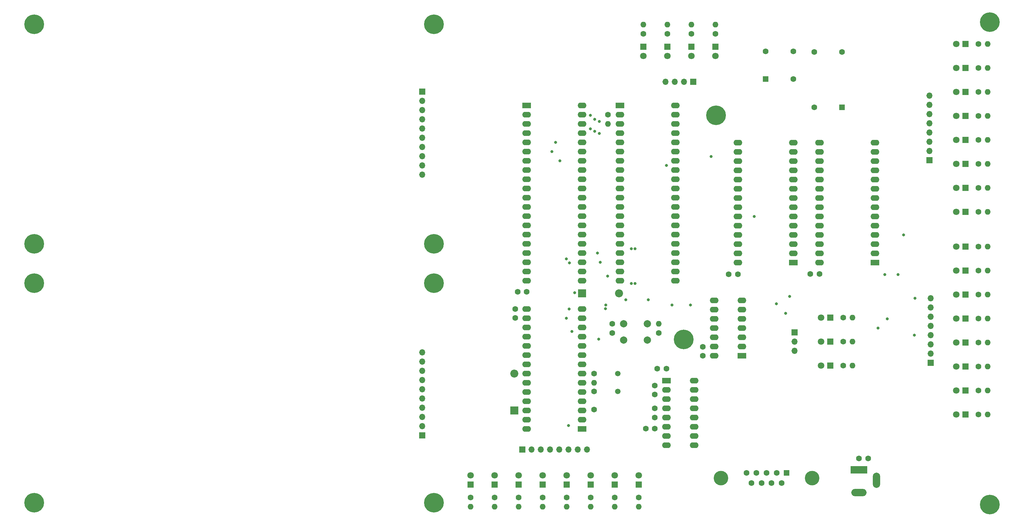
<source format=gbr>
%TF.GenerationSoftware,KiCad,Pcbnew,8.0.0*%
%TF.CreationDate,2024-05-17T21:06:57-04:00*%
%TF.ProjectId,Eater 6502 computer,45617465-7220-4363-9530-3220636f6d70,rev?*%
%TF.SameCoordinates,Original*%
%TF.FileFunction,Soldermask,Top*%
%TF.FilePolarity,Negative*%
%FSLAX46Y46*%
G04 Gerber Fmt 4.6, Leading zero omitted, Abs format (unit mm)*
G04 Created by KiCad (PCBNEW 8.0.0) date 2024-05-17 21:06:57*
%MOMM*%
%LPD*%
G01*
G04 APERTURE LIST*
%ADD10C,1.500000*%
%ADD11C,1.600000*%
%ADD12O,1.600000X1.600000*%
%ADD13R,2.400000X1.600000*%
%ADD14O,2.400000X1.600000*%
%ADD15R,1.800000X1.800000*%
%ADD16C,1.800000*%
%ADD17R,1.700000X1.700000*%
%ADD18O,1.700000X1.700000*%
%ADD19R,2.200000X2.200000*%
%ADD20O,2.200000X2.200000*%
%ADD21R,1.600000X1.600000*%
%ADD22C,2.000000*%
%ADD23C,4.000000*%
%ADD24R,4.600000X2.000000*%
%ADD25O,4.200000X2.000000*%
%ADD26O,2.000000X4.200000*%
%ADD27C,0.800000*%
%ADD28C,5.400000*%
G04 APERTURE END LIST*
D10*
%TO.C,Y1*%
X177829000Y-118494200D03*
X177829000Y-113614200D03*
%TD*%
D11*
%TO.C,R13*%
X277012400Y-85242400D03*
D12*
X279552400Y-85242400D03*
%TD*%
D13*
%TO.C,U7*%
X212017400Y-108737400D03*
D14*
X212017400Y-106197400D03*
X212017400Y-103657400D03*
X212017400Y-101117400D03*
X212017400Y-98577400D03*
X212017400Y-96037400D03*
X212017400Y-93497400D03*
X204397400Y-93497400D03*
X204397400Y-96037400D03*
X204397400Y-98577400D03*
X204397400Y-101117400D03*
X204397400Y-103657400D03*
X204397400Y-106197400D03*
X204397400Y-108737400D03*
%TD*%
D15*
%TO.C,D5*%
X273456400Y-36042600D03*
D16*
X270916400Y-36042600D03*
%TD*%
D11*
%TO.C,R18*%
X277012400Y-118262400D03*
D12*
X279552400Y-118262400D03*
%TD*%
D11*
%TO.C,R33*%
X239830400Y-104810800D03*
D12*
X242370400Y-104810800D03*
%TD*%
D17*
%TO.C,J6*%
X198592600Y-33274000D03*
D18*
X196052600Y-33274000D03*
X193512600Y-33274000D03*
X190972600Y-33274000D03*
%TD*%
D17*
%TO.C,J5*%
X151587200Y-134493000D03*
D18*
X154127200Y-134493000D03*
X156667200Y-134493000D03*
X159207200Y-134493000D03*
X161747200Y-134493000D03*
X164287200Y-134493000D03*
X166827200Y-134493000D03*
X169367200Y-134493000D03*
%TD*%
D15*
%TO.C,D32*%
X236274400Y-104810800D03*
D16*
X233734400Y-104810800D03*
%TD*%
D11*
%TO.C,R30*%
X191490600Y-20066000D03*
D12*
X191490600Y-17526000D03*
%TD*%
D15*
%TO.C,D27*%
X204698600Y-23622000D03*
D16*
X204698600Y-26162000D03*
%TD*%
D11*
%TO.C,R24*%
X157175200Y-147722800D03*
D12*
X157175200Y-150262800D03*
%TD*%
D11*
%TO.C,R1*%
X189106600Y-102438200D03*
D12*
X189106600Y-99898200D03*
%TD*%
D11*
%TO.C,R26*%
X143967200Y-147722800D03*
D12*
X143967200Y-150262800D03*
%TD*%
D15*
%TO.C,D15*%
X273461400Y-105054400D03*
D16*
X270921400Y-105054400D03*
%TD*%
D11*
%TO.C,C1*%
X176330400Y-99898200D03*
X176330400Y-102398200D03*
%TD*%
D19*
%TO.C,D2*%
X149381000Y-123748800D03*
D20*
X149381000Y-113588800D03*
%TD*%
D15*
%TO.C,D26*%
X137363200Y-144195800D03*
D16*
X137363200Y-141655800D03*
%TD*%
D11*
%TO.C,R16*%
X277017400Y-105054400D03*
D12*
X279557400Y-105054400D03*
%TD*%
D11*
%TO.C,C11*%
X233288000Y-86207600D03*
X230788000Y-86207600D03*
%TD*%
%TO.C,R28*%
X204698600Y-20066000D03*
D12*
X204698600Y-17526000D03*
%TD*%
D15*
%TO.C,D33*%
X236274400Y-111440200D03*
D16*
X233734400Y-111440200D03*
%TD*%
D11*
%TO.C,R8*%
X277012400Y-49250600D03*
D12*
X279552400Y-49250600D03*
%TD*%
D15*
%TO.C,D4*%
X273456400Y-29438600D03*
D16*
X270916400Y-29438600D03*
%TD*%
D15*
%TO.C,D7*%
X273456400Y-49250600D03*
D16*
X270916400Y-49250600D03*
%TD*%
D11*
%TO.C,R31*%
X184886600Y-20066000D03*
D12*
X184886600Y-17526000D03*
%TD*%
D11*
%TO.C,R19*%
X277012400Y-124866400D03*
D12*
X279552400Y-124866400D03*
%TD*%
D13*
%TO.C,U4*%
X178438600Y-39792600D03*
D14*
X178438600Y-42332600D03*
X178438600Y-44872600D03*
X178438600Y-47412600D03*
X178438600Y-49952600D03*
X178438600Y-52492600D03*
X178438600Y-55032600D03*
X178438600Y-57572600D03*
X178438600Y-60112600D03*
X178438600Y-62652600D03*
X178438600Y-65192600D03*
X178438600Y-67732600D03*
X178438600Y-70272600D03*
X178438600Y-72812600D03*
X178438600Y-75352600D03*
X178438600Y-77892600D03*
X178438600Y-80432600D03*
X178438600Y-82972600D03*
X178438600Y-85512600D03*
X178438600Y-88052600D03*
X193678600Y-88052600D03*
X193678600Y-85512600D03*
X193678600Y-82972600D03*
X193678600Y-80432600D03*
X193678600Y-77892600D03*
X193678600Y-75352600D03*
X193678600Y-72812600D03*
X193678600Y-70272600D03*
X193678600Y-67732600D03*
X193678600Y-65192600D03*
X193678600Y-62652600D03*
X193678600Y-60112600D03*
X193678600Y-57572600D03*
X193678600Y-55032600D03*
X193678600Y-52492600D03*
X193678600Y-49952600D03*
X193678600Y-47412600D03*
X193678600Y-44872600D03*
X193678600Y-42332600D03*
X193678600Y-39792600D03*
%TD*%
D15*
%TO.C,D25*%
X143967200Y-144195800D03*
D16*
X143967200Y-141655800D03*
%TD*%
D15*
%TO.C,D31*%
X236274400Y-98206800D03*
D16*
X233734400Y-98206800D03*
%TD*%
D11*
%TO.C,R2*%
X175187400Y-42341800D03*
D12*
X175187400Y-44881800D03*
%TD*%
D11*
%TO.C,R22*%
X170383200Y-147722800D03*
D12*
X170383200Y-150262800D03*
%TD*%
D15*
%TO.C,D18*%
X273456400Y-124866400D03*
D16*
X270916400Y-124866400D03*
%TD*%
D21*
%TO.C,X2*%
X218543269Y-32524200D03*
D11*
X226163269Y-32524200D03*
X226163269Y-24904200D03*
X218543269Y-24904200D03*
%TD*%
D15*
%TO.C,D19*%
X183591200Y-144212600D03*
D16*
X183591200Y-141672600D03*
%TD*%
D11*
%TO.C,R14*%
X277012400Y-91846400D03*
D12*
X279552400Y-91846400D03*
%TD*%
D15*
%TO.C,D24*%
X150571200Y-144195800D03*
D16*
X150571200Y-141655800D03*
%TD*%
D15*
%TO.C,D8*%
X273456400Y-55854600D03*
D16*
X270916400Y-55854600D03*
%TD*%
D17*
%TO.C,J4*%
X263550400Y-54838600D03*
D18*
X263550400Y-52298600D03*
X263550400Y-49758600D03*
X263550400Y-47218600D03*
X263550400Y-44678600D03*
X263550400Y-42138600D03*
X263550400Y-39598600D03*
X263550400Y-37058600D03*
%TD*%
D11*
%TO.C,R34*%
X239830400Y-111414800D03*
D12*
X242370400Y-111414800D03*
%TD*%
D15*
%TO.C,D28*%
X198094600Y-23622000D03*
D16*
X198094600Y-26162000D03*
%TD*%
D15*
%TO.C,D11*%
X273456400Y-78638400D03*
D16*
X270916400Y-78638400D03*
%TD*%
D15*
%TO.C,D10*%
X273456400Y-69062600D03*
D16*
X270916400Y-69062600D03*
%TD*%
D11*
%TO.C,R21*%
X176987200Y-147717800D03*
D12*
X176987200Y-150257800D03*
%TD*%
D11*
%TO.C,R25*%
X150571200Y-147722800D03*
D12*
X150571200Y-150262800D03*
%TD*%
D11*
%TO.C,R11*%
X277012400Y-69062600D03*
D12*
X279552400Y-69062600D03*
%TD*%
D22*
%TO.C,SW1*%
X186006600Y-104408800D03*
X179506600Y-104408800D03*
X186006600Y-99908800D03*
X179506600Y-99908800D03*
%TD*%
D11*
%TO.C,R17*%
X277012400Y-111658400D03*
D12*
X279552400Y-111658400D03*
%TD*%
D11*
%TO.C,C6*%
X188036200Y-128778000D03*
X185536200Y-128778000D03*
%TD*%
D13*
%TO.C,U3*%
X191262000Y-115595400D03*
D14*
X191262000Y-118135400D03*
X191262000Y-120675400D03*
X191262000Y-123215400D03*
X191262000Y-125755400D03*
X191262000Y-128295400D03*
X191262000Y-130835400D03*
X191262000Y-133375400D03*
X198882000Y-133375400D03*
X198882000Y-130835400D03*
X198882000Y-128295400D03*
X198882000Y-125755400D03*
X198882000Y-123215400D03*
X198882000Y-120675400D03*
X198882000Y-118135400D03*
X198882000Y-115595400D03*
%TD*%
D13*
%TO.C,U1*%
X248542600Y-83017600D03*
D14*
X248542600Y-80477600D03*
X248542600Y-77937600D03*
X248542600Y-75397600D03*
X248542600Y-72857600D03*
X248542600Y-70317600D03*
X248542600Y-67777600D03*
X248542600Y-65237600D03*
X248542600Y-62697600D03*
X248542600Y-60157600D03*
X248542600Y-57617600D03*
X248542600Y-55077600D03*
X248542600Y-52537600D03*
X248542600Y-49997600D03*
X233302600Y-49997600D03*
X233302600Y-52537600D03*
X233302600Y-55077600D03*
X233302600Y-57617600D03*
X233302600Y-60157600D03*
X233302600Y-62697600D03*
X233302600Y-65237600D03*
X233302600Y-67777600D03*
X233302600Y-70317600D03*
X233302600Y-72857600D03*
X233302600Y-75397600D03*
X233302600Y-77937600D03*
X233302600Y-80477600D03*
X233302600Y-83017600D03*
%TD*%
D11*
%TO.C,R20*%
X183591200Y-147768600D03*
D12*
X183591200Y-150308600D03*
%TD*%
D11*
%TO.C,R15*%
X277012400Y-98450400D03*
D12*
X279552400Y-98450400D03*
%TD*%
D15*
%TO.C,D20*%
X176987200Y-144195800D03*
D16*
X176987200Y-141655800D03*
%TD*%
D23*
%TO.C,J1*%
X206254800Y-142368669D03*
X231254800Y-142368669D03*
D21*
X224294800Y-140948669D03*
D11*
X221524800Y-140948669D03*
X218754800Y-140948669D03*
X215984800Y-140948669D03*
X213214800Y-140948669D03*
X222909800Y-143788669D03*
X220139800Y-143788669D03*
X217369800Y-143788669D03*
X214599800Y-143788669D03*
%TD*%
D15*
%TO.C,D12*%
X273456400Y-85242400D03*
D16*
X270916400Y-85242400D03*
%TD*%
D15*
%TO.C,D14*%
X273456400Y-98450400D03*
D16*
X270916400Y-98450400D03*
%TD*%
D11*
%TO.C,R23*%
X163779200Y-147722800D03*
D12*
X163779200Y-150262800D03*
%TD*%
D11*
%TO.C,C5*%
X191222000Y-112293400D03*
X188722000Y-112293400D03*
%TD*%
D15*
%TO.C,D9*%
X273456400Y-62458600D03*
D16*
X270916400Y-62458600D03*
%TD*%
D15*
%TO.C,D13*%
X273456400Y-91846400D03*
D16*
X270916400Y-91846400D03*
%TD*%
D11*
%TO.C,R29*%
X198094600Y-20066000D03*
D12*
X198094600Y-17526000D03*
%TD*%
D13*
%TO.C,U5*%
X168075400Y-128845000D03*
D14*
X168075400Y-126305000D03*
X168075400Y-123765000D03*
X168075400Y-121225000D03*
X168075400Y-118685000D03*
X168075400Y-116145000D03*
X168075400Y-113605000D03*
X168075400Y-111065000D03*
X168075400Y-108525000D03*
X168075400Y-105985000D03*
X168075400Y-103445000D03*
X168075400Y-100905000D03*
X168075400Y-98365000D03*
X168075400Y-95825000D03*
X152835400Y-95825000D03*
X152835400Y-98365000D03*
X152835400Y-100905000D03*
X152835400Y-103445000D03*
X152835400Y-105985000D03*
X152835400Y-108525000D03*
X152835400Y-111065000D03*
X152835400Y-113605000D03*
X152835400Y-116145000D03*
X152835400Y-118685000D03*
X152835400Y-121225000D03*
X152835400Y-123765000D03*
X152835400Y-126305000D03*
X152835400Y-128845000D03*
%TD*%
D15*
%TO.C,D30*%
X184886600Y-23622000D03*
D16*
X184886600Y-26162000D03*
%TD*%
D15*
%TO.C,D6*%
X273456400Y-42646600D03*
D16*
X270916400Y-42646600D03*
%TD*%
D11*
%TO.C,R12*%
X277012400Y-78638400D03*
D12*
X279552400Y-78638400D03*
%TD*%
D17*
%TO.C,J7*%
X226495400Y-102285800D03*
D18*
X226495400Y-104825800D03*
X226495400Y-107365800D03*
%TD*%
D11*
%TO.C,R7*%
X277012400Y-42646600D03*
D12*
X279552400Y-42646600D03*
%TD*%
D11*
%TO.C,C12*%
X152806400Y-91135200D03*
X150306400Y-91135200D03*
%TD*%
%TO.C,C7*%
X149656800Y-95808800D03*
X149656800Y-98308800D03*
%TD*%
D13*
%TO.C,U2*%
X226139800Y-83032600D03*
D14*
X226139800Y-80492600D03*
X226139800Y-77952600D03*
X226139800Y-75412600D03*
X226139800Y-72872600D03*
X226139800Y-70332600D03*
X226139800Y-67792600D03*
X226139800Y-65252600D03*
X226139800Y-62712600D03*
X226139800Y-60172600D03*
X226139800Y-57632600D03*
X226139800Y-55092600D03*
X226139800Y-52552600D03*
X226139800Y-50012600D03*
X210899800Y-50012600D03*
X210899800Y-52552600D03*
X210899800Y-55092600D03*
X210899800Y-57632600D03*
X210899800Y-60172600D03*
X210899800Y-62712600D03*
X210899800Y-65252600D03*
X210899800Y-67792600D03*
X210899800Y-70332600D03*
X210899800Y-72872600D03*
X210899800Y-75412600D03*
X210899800Y-77952600D03*
X210899800Y-80492600D03*
X210899800Y-83032600D03*
%TD*%
D11*
%TO.C,C3*%
X188036200Y-119410800D03*
X188036200Y-116910800D03*
%TD*%
%TO.C,R5*%
X277012400Y-29438600D03*
D12*
X279552400Y-29438600D03*
%TD*%
D15*
%TO.C,D29*%
X191490600Y-23622000D03*
D16*
X191490600Y-26162000D03*
%TD*%
D17*
%TO.C,J9*%
X263906000Y-110642400D03*
D18*
X263906000Y-108102400D03*
X263906000Y-105562400D03*
X263906000Y-103022400D03*
X263906000Y-100482400D03*
X263906000Y-97942400D03*
X263906000Y-95402400D03*
X263906000Y-92862400D03*
%TD*%
D11*
%TO.C,C9*%
X244185200Y-136982200D03*
X246685200Y-136982200D03*
%TD*%
%TO.C,R6*%
X277012400Y-36042600D03*
D12*
X279552400Y-36042600D03*
%TD*%
D11*
%TO.C,R4*%
X277012400Y-22834600D03*
D12*
X279552400Y-22834600D03*
%TD*%
D24*
%TO.C,J8*%
X244195600Y-140081000D03*
D25*
X244195600Y-146381000D03*
D26*
X248995600Y-142981000D03*
%TD*%
D11*
%TO.C,R10*%
X277012400Y-62458600D03*
D12*
X279552400Y-62458600D03*
%TD*%
D15*
%TO.C,D22*%
X163779200Y-144195800D03*
D16*
X163779200Y-141655800D03*
%TD*%
D17*
%TO.C,J3*%
X124104400Y-130606800D03*
D18*
X124104400Y-128066800D03*
X124104400Y-125526800D03*
X124104400Y-122986800D03*
X124104400Y-120446800D03*
X124104400Y-117906800D03*
X124104400Y-115366800D03*
X124104400Y-112826800D03*
X124104400Y-110286800D03*
X124104400Y-107746800D03*
%TD*%
D11*
%TO.C,R32*%
X239830400Y-98206800D03*
D12*
X242370400Y-98206800D03*
%TD*%
D11*
%TO.C,C8*%
X210859800Y-86309200D03*
X208359800Y-86309200D03*
%TD*%
%TO.C,C10*%
X201264200Y-108742800D03*
X201264200Y-106242800D03*
%TD*%
%TO.C,R3*%
X171326600Y-113614200D03*
D12*
X171326600Y-116154200D03*
%TD*%
D15*
%TO.C,D3*%
X273456400Y-22834600D03*
D16*
X270916400Y-22834600D03*
%TD*%
D21*
%TO.C,X1*%
X239522000Y-40309800D03*
D11*
X239522000Y-25069800D03*
X231902000Y-25069800D03*
X231902000Y-40309800D03*
%TD*%
D19*
%TO.C,D1*%
X168075400Y-91490800D03*
D20*
X178235400Y-91490800D03*
%TD*%
D11*
%TO.C,C4*%
X188036200Y-125715400D03*
X188036200Y-123215400D03*
%TD*%
%TO.C,C2*%
X171326600Y-118491000D03*
X171326600Y-123491000D03*
%TD*%
D15*
%TO.C,D17*%
X273456400Y-118262400D03*
D16*
X270916400Y-118262400D03*
%TD*%
D11*
%TO.C,R27*%
X137363200Y-147722800D03*
D12*
X137363200Y-150262800D03*
%TD*%
D15*
%TO.C,D16*%
X273456400Y-111658400D03*
D16*
X270916400Y-111658400D03*
%TD*%
D15*
%TO.C,D23*%
X157175200Y-144195800D03*
D16*
X157175200Y-141655800D03*
%TD*%
D11*
%TO.C,R9*%
X277012400Y-55854600D03*
D12*
X279552400Y-55854600D03*
%TD*%
D13*
%TO.C,U6*%
X152830400Y-39772200D03*
D14*
X152830400Y-42312200D03*
X152830400Y-44852200D03*
X152830400Y-47392200D03*
X152830400Y-49932200D03*
X152830400Y-52472200D03*
X152830400Y-55012200D03*
X152830400Y-57552200D03*
X152830400Y-60092200D03*
X152830400Y-62632200D03*
X152830400Y-65172200D03*
X152830400Y-67712200D03*
X152830400Y-70252200D03*
X152830400Y-72792200D03*
X152830400Y-75332200D03*
X152830400Y-77872200D03*
X152830400Y-80412200D03*
X152830400Y-82952200D03*
X152830400Y-85492200D03*
X152830400Y-88032200D03*
X168070400Y-88032200D03*
X168070400Y-85492200D03*
X168070400Y-82952200D03*
X168070400Y-80412200D03*
X168070400Y-77872200D03*
X168070400Y-75332200D03*
X168070400Y-72792200D03*
X168070400Y-70252200D03*
X168070400Y-67712200D03*
X168070400Y-65172200D03*
X168070400Y-62632200D03*
X168070400Y-60092200D03*
X168070400Y-57552200D03*
X168070400Y-55012200D03*
X168070400Y-52472200D03*
X168070400Y-49932200D03*
X168070400Y-47392200D03*
X168070400Y-44852200D03*
X168070400Y-42312200D03*
X168070400Y-39772200D03*
%TD*%
D17*
%TO.C,J2*%
X124104400Y-35966400D03*
D18*
X124104400Y-38506400D03*
X124104400Y-41046400D03*
X124104400Y-43586400D03*
X124104400Y-46126400D03*
X124104400Y-48666400D03*
X124104400Y-51206400D03*
X124104400Y-53746400D03*
X124104400Y-56286400D03*
X124104400Y-58826400D03*
%TD*%
D15*
%TO.C,D21*%
X170383200Y-144195800D03*
D16*
X170383200Y-141655800D03*
%TD*%
D27*
X161925000Y-55016400D03*
X166043400Y-91389200D03*
D28*
X127355600Y-149148800D03*
D27*
X251231400Y-86360000D03*
X256438400Y-75438000D03*
D28*
X17424400Y-88696800D03*
X17424400Y-17424400D03*
D27*
X249377200Y-101117400D03*
D28*
X280111200Y-149707600D03*
D27*
X221437200Y-94437200D03*
X251917200Y-98577400D03*
D28*
X17424400Y-149148800D03*
D27*
X254914400Y-86360000D03*
D28*
X17424400Y-77876400D03*
D27*
X224002600Y-97002600D03*
D28*
X127355600Y-17424400D03*
X204876400Y-42519600D03*
X280111200Y-16865600D03*
X127355600Y-88696800D03*
X195986400Y-104190800D03*
X127355600Y-77876400D03*
D27*
X172796200Y-44170600D03*
X171475400Y-46913800D03*
X170357800Y-46228000D03*
X171475400Y-43561000D03*
X170357800Y-42468800D03*
X172796200Y-47523400D03*
X159766000Y-52501800D03*
X163741700Y-82016600D03*
X163741700Y-98374200D03*
X160782000Y-49911000D03*
X164541200Y-83134200D03*
X164527900Y-95834200D03*
X259588000Y-92862400D03*
X215370200Y-70332600D03*
X259435600Y-103022400D03*
X172618400Y-104114600D03*
X175107600Y-86741000D03*
X172313600Y-80441800D03*
X203504800Y-53822600D03*
X191262000Y-56261000D03*
X181559200Y-79273400D03*
X186232800Y-93294200D03*
X174553442Y-94734637D03*
X181559200Y-88777100D03*
X180086000Y-93294200D03*
X164338000Y-127939800D03*
X182626000Y-79222600D03*
X174498000Y-95732600D03*
X182626000Y-88777100D03*
X173024800Y-82931000D03*
X192786000Y-94767400D03*
X197866000Y-94767400D03*
X165252400Y-102031800D03*
X225145600Y-92379800D03*
M02*

</source>
